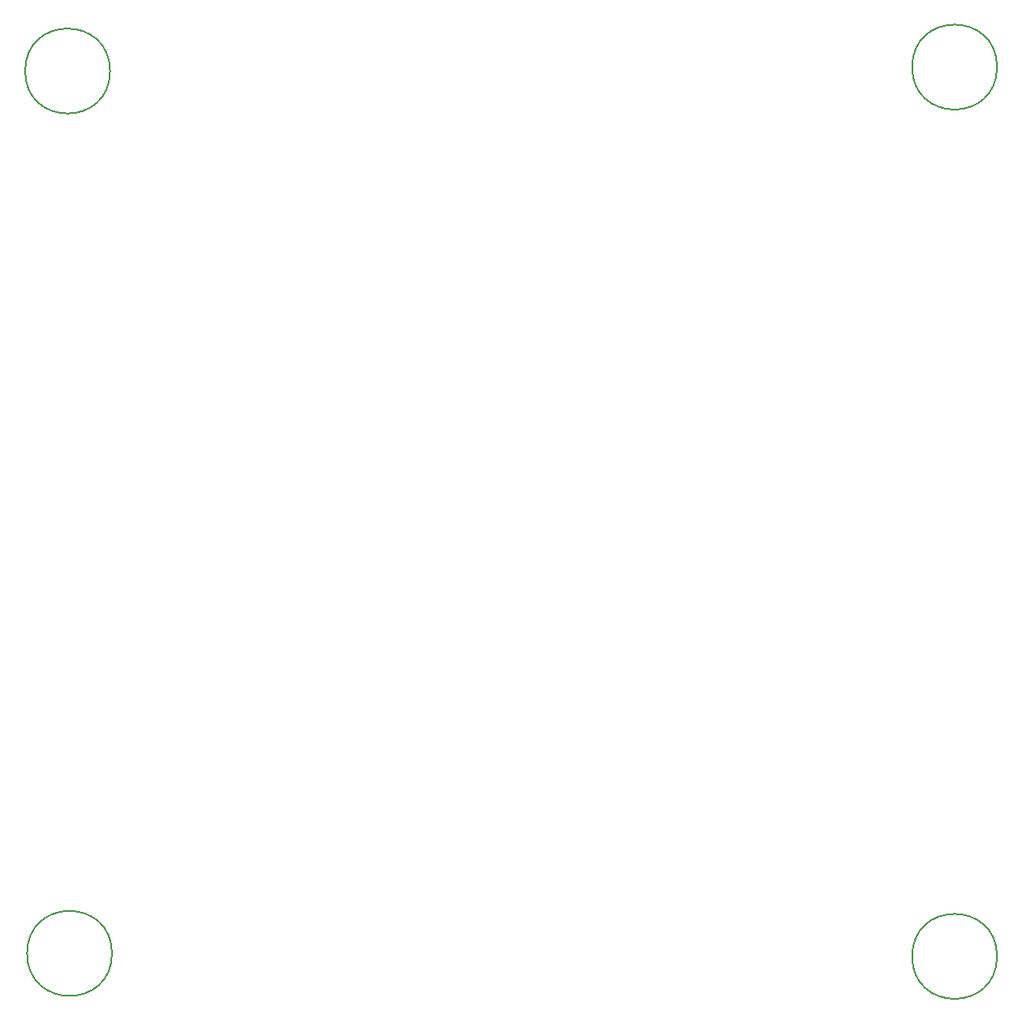
<source format=gbr>
%TF.GenerationSoftware,KiCad,Pcbnew,7.0.10*%
%TF.CreationDate,2024-05-28T14:15:07+02:00*%
%TF.ProjectId,ESPHome AIO,45535048-6f6d-4652-9041-494f2e6b6963,rev?*%
%TF.SameCoordinates,Original*%
%TF.FileFunction,Other,Comment*%
%FSLAX46Y46*%
G04 Gerber Fmt 4.6, Leading zero omitted, Abs format (unit mm)*
G04 Created by KiCad (PCBNEW 7.0.10) date 2024-05-28 14:15:07*
%MOMM*%
%LPD*%
G01*
G04 APERTURE LIST*
%ADD10C,0.150000*%
G04 APERTURE END LIST*
D10*
%TO.C,H4*%
X189200000Y-135700000D02*
G75*
G03*
X180600000Y-135700000I-4300000J0D01*
G01*
X180600000Y-135700000D02*
G75*
G03*
X189200000Y-135700000I4300000J0D01*
G01*
%TO.C,H1*%
X189200000Y-45700000D02*
G75*
G03*
X180600000Y-45700000I-4300000J0D01*
G01*
X180600000Y-45700000D02*
G75*
G03*
X189200000Y-45700000I4300000J0D01*
G01*
%TO.C,H3*%
X99600000Y-135400000D02*
G75*
G03*
X91000000Y-135400000I-4300000J0D01*
G01*
X91000000Y-135400000D02*
G75*
G03*
X99600000Y-135400000I4300000J0D01*
G01*
%TO.C,H2*%
X99400000Y-46100000D02*
G75*
G03*
X90800000Y-46100000I-4300000J0D01*
G01*
X90800000Y-46100000D02*
G75*
G03*
X99400000Y-46100000I4300000J0D01*
G01*
%TD*%
M02*

</source>
